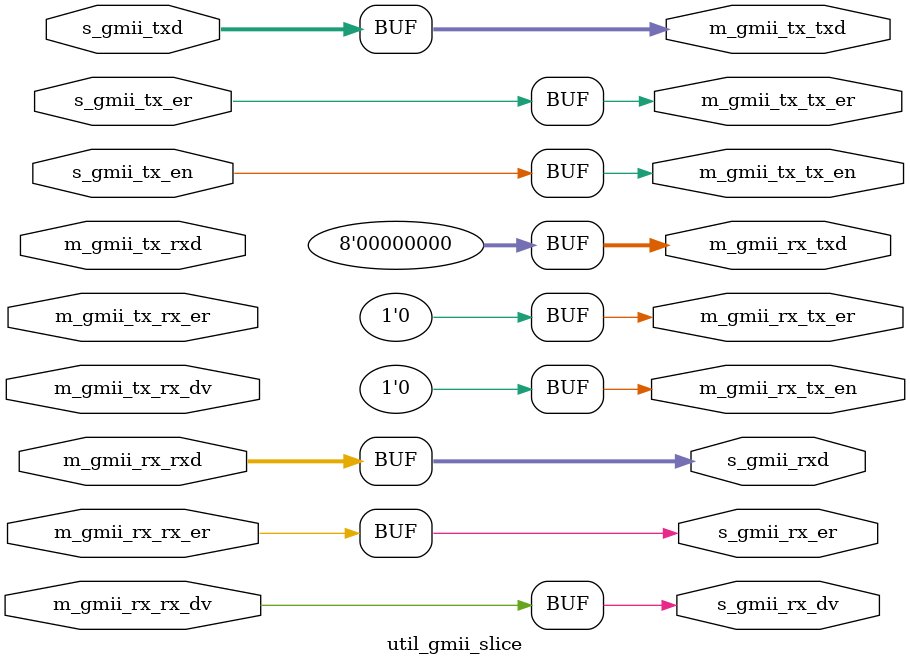
<source format=v>
/*
	This Source Code Form is subject to the terms of the Mozilla Public
	License, v. 2.0. If a copy of the MPL was not distributed with this
	file, You can obtain one at https://mozilla.org/MPL/2.0/.
*/

module util_gmii_slice
(
	// S_GMII

	input wire [7:0] s_gmii_txd,
	input wire s_gmii_tx_er,
	input wire s_gmii_tx_en,

	output wire [7:0] s_gmii_rxd,
	output wire s_gmii_rx_er,
	output wire s_gmii_rx_dv,

	// M_GMII_TX

	output wire [7:0] m_gmii_tx_txd,
	output wire m_gmii_tx_tx_er,
	output wire m_gmii_tx_tx_en,

	input wire [7:0] m_gmii_tx_rxd,
	input wire m_gmii_tx_rx_er,
	input wire m_gmii_tx_rx_dv,

	// M_GMII_RX

	output wire [7:0] m_gmii_rx_txd,
	output wire m_gmii_rx_tx_er,
	output wire m_gmii_rx_tx_en,

	input wire [7:0] m_gmii_rx_rxd,
	input wire m_gmii_rx_rx_er,
	input wire m_gmii_rx_rx_dv
);
	assign m_gmii_tx_txd = s_gmii_txd;
	assign m_gmii_tx_tx_er = s_gmii_tx_er;
	assign m_gmii_tx_tx_en = s_gmii_tx_en;

	assign s_gmii_rxd = m_gmii_rx_rxd;
	assign s_gmii_rx_er = m_gmii_rx_rx_er;
	assign s_gmii_rx_dv = m_gmii_rx_rx_dv;

	assign m_gmii_rx_txd = 8'd0;
	assign m_gmii_rx_tx_er = 1'd0;
	assign m_gmii_rx_tx_en = 1'd0;
endmodule

</source>
